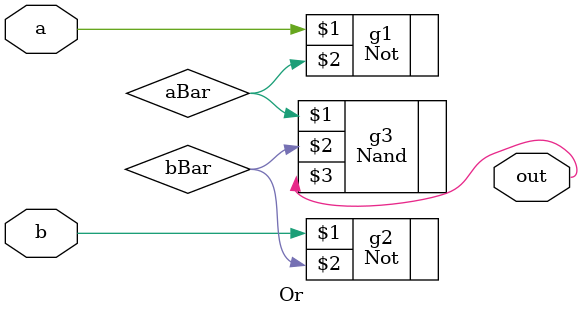
<source format=v>
`include "../01/And.v"
module Or(a,b,out);
    input a,b;
    output out;

    Not g1(a,aBar);
    Not g2(b,bBar);
    Nand g3(aBar,bBar,out);
endmodule    

</source>
